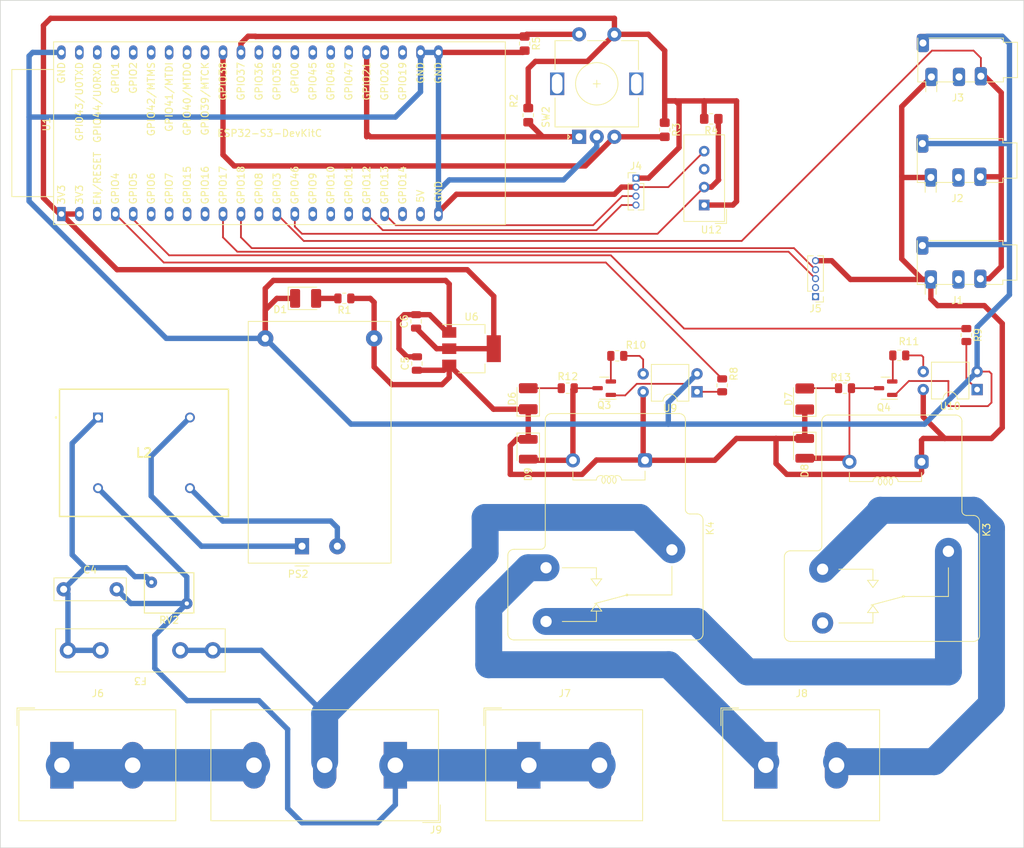
<source format=kicad_pcb>
(kicad_pcb (version 20221018) (generator pcbnew)
  (layers (0 "F.Cu" signal) (31 "B.Cu" signal) (34 "B.Paste" user) (35 "F.Paste" user) (36 "B.SilkS" user "B.Silkscreen") (37 "F.SilkS" user "F.Silkscreen") (38 "B.Mask" user) (39 "F.Mask" user) (44 "Edge.Cuts" user))
  (net 0 "")
  (net 1 "Net-(C4-Pad1)")
  (net 2 "GND")
  (net 3 "+3.3V")
  (net 4 "Net-(D1-A)")
  (net 5 "Net-(D6-A)")
  (net 6 "Net-(D7-A)")
  (net 7 "Net-(D8-A)")
  (net 8 "Net-(D9-A)")
  (net 10 "WATERTEMP_DATA")
  (net 11 "+5V")
  (net 14 "DISPLAY_SCK")
  (net 15 "DISPLAY_SDA")
  (net 17 "RTC_SQW")
  (net 18 "RTC_SCK")
  (net 19 "RTC_SDA")
  (net 20 "MAINSIN_E")
  (net 21 "MAINSIN_N")
  (net 22 "MAINSIN_L")
  (net 23 "Net-(J8-Pin_1)")
  (net 25 "Net-(PS2-AC{slash}N)")
  (net 26 "Net-(PS2-AC{slash}L)")
  (net 27 "Net-(Q3-B)")
  (net 28 "Net-(Q4-B)")
  (net 29 "ROT_CLK")
  (net 30 "ROT_DT")
  (net 31 "ROT_SW")
  (net 32 "RELAY_TOP")
  (net 33 "Net-(R8-Pad2)")
  (net 34 "RELAY_BOTTOM")
  (net 35 "Net-(R9-Pad2)")
  (net 36 "Net-(R10-Pad1)")
  (net 37 "Net-(R11-Pad1)")
  (net 61 "DHT_DATA")
  (net 63 "Net-(J8-Pin_2)")
  (net 64 "Net-(K3-Pad11)")
  (net 65 "RTC_SCQW")
  (footprint "Capacitor_SMD:C_0805_2012Metric" (layer "F.Cu") (at 71.628 128.59 90)
    (fp_text reference "C5")
    (fp_text value "10uF")
  )
  (footprint "Relay_THT:Relay_SPDT_RAYEX-L90S" (layer "F.Cu") (at 98.796 139.74 -90)
    (fp_text reference "K4")
    (fp_text value "HEATER-TOP")
  )
  (footprint "ABRACON:ALFT03A11" (layer "F.Cu") (at 26.52 136.224)
    (fp_text reference "L2")
    (fp_text value "15mH 500mA" hide)
  )
  (footprint "Connector_Audio:Jack_3.5mm_PJ320D_Horizontal_NG" (layer "F.Cu") (at 148.133 99.874 180)
    (fp_text reference "J2")
    (fp_text value "TANK-BOTTOM")
  )
  (footprint "Diode_SMD:D_1210_3225Metric" (layer "F.Cu") (at 87.376 140.716 -90)
    (fp_text reference "D9")
    (fp_text value "1N4007")
  )
  (footprint "Package_DIP:DIP-4_W7.62mm" (layer "F.Cu") (at 111.252 132.588 180)
    (fp_text reference "U9")
    (fp_text value "PC817")
  )
  (footprint "Connector_Audio:Jack_3.5mm_PJ320D_Horizontal_NG" (layer "F.Cu") (at 148.209 85.65 180)
    (fp_text reference "J3")
    (fp_text value "COLD")
  )
  (footprint "Sensor:Aosong_DHT11_5.5x12.0_P2.54mm" (layer "F.Cu") (at 112.268 106.172 180)
    (fp_text reference "U12")
    (fp_text value "DHT11")
  )
  (footprint "Connector_PinHeader_1.27mm:PinHeader_1x05_P1.27mm_Vertical" (layer "F.Cu") (at 128.016 119.126 180)
    (fp_text reference "J5")
    (fp_text value "RTC")
  )
  (footprint "TerminalBlock_Dinkle:TerminalBlock_Dinkle_DT-55-B01X-02_P10.00mm" (layer "F.Cu") (at 87.456 185.42)
    (fp_text reference "J7")
    (fp_text value "HEATER-N")
  )
  (footprint "Converter_ACDC:Converter_ACDC_HiLink_HLK-PMxx" (layer "F.Cu") (at 55.372 154.432 90)
    (fp_text reference "PS2")
    (fp_text value "HLK-PM01")
  )
  (footprint "Resistor_SMD:R_0805_2012Metric" (layer "F.Cu") (at 99.9725 127.508 180)
    (fp_text reference "R10")
    (fp_text value "200")
  )
  (footprint "Resistor_SMD:R_0805_2012Metric" (layer "F.Cu") (at 92.964 132.08)
    (fp_text reference "R12")
    (fp_text value "330")
  )
  (footprint "Diode_SMD:D_1210_3225Metric_Pad1.42x2.65mm_HandSolder" (layer "F.Cu") (at 126.492 133.604 90)
    (fp_text reference "D7")
    (fp_text value "LED")
  )
  (footprint "TerminalBlock_Dinkle:TerminalBlock_Dinkle_DT-55-B01X-02_P10.00mm" (layer "F.Cu") (at 21.416 185.42)
    (fp_text reference "J6")
    (fp_text value "HEATER-E")
  )
  (footprint "Relay_THT:Relay_SPDT_RAYEX-L90S" (layer "F.Cu") (at 137.912 139.952 -90)
    (fp_text reference "K3")
    (fp_text value "HEATER-BOTTOM")
  )
  (footprint "Resistor_SMD:R_0805_2012Metric" (layer "F.Cu") (at 132.1835 132.08)
    (fp_text reference "R13")
    (fp_text value "330")
  )
  (footprint "Package_DIP:DIP-4_W7.62mm" (layer "F.Cu") (at 150.876 132.273 180)
    (fp_text reference "U10")
    (fp_text value "PC817")
  )
  (footprint "Resistor_SMD:R_0805_2012Metric_Pad1.20x1.40mm_HandSolder" (layer "F.Cu") (at 106.68 95.52 -90)
    (fp_text reference "R3")
    (fp_text value "10K")
  )
  (footprint "Resistor_SMD:R_0805_2012Metric_Pad1.20x1.40mm_HandSolder" (layer "F.Cu") (at 86.868 83.328 -90)
    (fp_text reference "R5")
    (fp_text value "10K")
  )
  (footprint "Package_TO_SOT_SMD:SOT-223-3_TabPin2" (layer "F.Cu") (at 79.35 126.492)
    (fp_text reference "U6")
    (fp_text value "AMS1117-3.3")
  )
  (footprint "Varistor:RV_Disc_D7mm_W5.7mm_P5mm" (layer "F.Cu") (at 34.076 159.536)
    (fp_text reference "RV2")
    (fp_text value "10D561")
  )
  (footprint "Espressif:ESP32-S3-DevKitC" (layer "F.Cu") (at 21.336 107.44152 90)
    (fp_text reference "U1")
    (fp_text value "ESP32-S3-DevKitC")
  )
  (footprint "Diode_SMD:D_1210_3225Metric" (layer "F.Cu") (at 126.492 140.592 -90)
    (fp_text reference "D8")
    (fp_text value "1N4007")
  )
  (footprint "Resistor_SMD:R_0805_2012Metric_Pad1.20x1.40mm_HandSolder" (layer "F.Cu") (at 113.268 93.98 180)
    (fp_text reference "R4")
    (fp_text value "4k7")
  )
  (footprint "Resistor_SMD:R_0805_2012Metric" (layer "F.Cu") (at 61.3645 119.38 180)
    (fp_text reference "R1")
    (fp_text value "330")
  )
  (footprint "Connector_Audio:Jack_3.5mm_PJ320D_Horizontal_NG" (layer "F.Cu") (at 148.133 114.3 180)
    (fp_text reference "J1")
    (fp_text value "TANK-TOP")
  )
  (footprint "Connector_PinHeader_1.27mm:PinHeader_1x04_P1.27mm_Vertical" (layer "F.Cu") (at 102.616 102.362)
    (fp_text reference "J4")
    (fp_text value "DISPLAY")
  )
  (footprint "Package_TO_SOT_SMD:SOT-23" (layer "F.Cu") (at 137.932 132.08 180)
    (fp_text reference "Q4")
    (fp_text value "2N3904")
  )
  (footprint "Capacitor_SMD:C_0805_2012Metric" (layer "F.Cu") (at 71.511 122.628 90)
    (fp_text reference "C6")
    (fp_text value "22uF")
  )
  (footprint "Resistor_SMD:R_0805_2012Metric" (layer "F.Cu") (at 114.808 131.6755 -90)
    (fp_text reference "R8")
    (fp_text value "470")
  )
  (footprint "TerminalBlock_Dinkle:TerminalBlock_Dinkle_DT-55-B01X-02_P10.00mm" (layer "F.Cu") (at 120.984 185.42)
    (fp_text reference "J8")
    (fp_text value "HEATER-L")
  )
  (footprint "Rotary_Encoder:RotaryEncoder_Alps_EC11E-Switch_Vertical_H20mm" (layer "F.Cu") (at 94.568 96.52 90)
    (fp_text reference "SW2")
    (fp_text value "RotaryEncoder_Switch")
  )
  (footprint "Capacitor_THT:C_Rect_L10.0mm_W3.0mm_P7.50mm_MKS4" (layer "F.Cu") (at 21.65 160.528)
    (fp_text reference "C4")
    (fp_text value "0.1uF")
  )
  (footprint "TerminalBlock_Dinkle:TerminalBlock_Dinkle_DT-55-B01X-03_P10.00mm" (layer "F.Cu") (at 68.58 185.42 180)
    (fp_text reference "J9")
    (fp_text value "MAINS_IN")
  )
  (footprint "Package_TO_SOT_SMD:SOT-23" (layer "F.Cu") (at 98.1225 132.08 180)
    (fp_text reference "Q3")
    (fp_text value "2N3904")
  )
  (footprint "Resistor_SMD:R_0805_2012Metric_Pad1.20x1.40mm_HandSolder" (layer "F.Cu") (at 87.376 93.456 -90)
    (fp_text reference "R2")
    (fp_text value "10K")
  )
  (footprint "Resistor_SMD:R_0805_2012Metric" (layer "F.Cu") (at 139.8605 127.442 180)
    (fp_text reference "R11")
    (fp_text value "200")
  )
  (footprint "Diode_SMD:D_1210_3225Metric_Pad1.42x2.65mm_HandSolder" (layer "F.Cu") (at 87.376 133.5675 90)
    (fp_text reference "D6")
    (fp_text value "LED")
  )
  (footprint "Fuse:Fuseholder_Littelfuse_100_series_5x20mm" (layer "F.Cu") (at 42.762 169.164 180)
    (fp_text reference "F3")
    (fp_text value "1A")
  )
  (footprint "Diode_SMD:D_1210_3225Metric_Pad1.42x2.65mm_HandSolder" (layer "F.Cu") (at 55.88 119.38)
    (fp_text reference "D1")
    (fp_text value "LED")
  )
  (footprint "Resistor_SMD:R_0805_2012Metric" (layer "F.Cu") (at 149.352 124.5635 -90)
    (fp_text reference "R9")
    (fp_text value "470")
  )
  (gr_rect (start 12.7 77.216) (end 157.48 197.104) (stroke (width 0.1)) (fill none) (layer "Edge.Cuts"))
  (segment (start 30.48 157.48) (end 24.698 157.48) (width 0.76) (layer "B.Cu") (net 1))
  (segment (start 34.076 159.536) (end 33.276001 158.736001) (width 0.76) (layer "B.Cu") (net 1))
  (segment (start 26.52 136.224) (end 22.86 139.884) (width 0.76) (layer "B.Cu") (net 1))
  (segment (start 22.86 139.884) (end 22.86 155.642) (width 0.76) (layer "B.Cu") (net 1))
  (segment (start 22.262 161.14) (end 21.65 160.528) (width 0.76) (layer "B.Cu") (net 1))
  (segment (start 22.262 169.164) (end 26.862 169.164) (width 0.76) (layer "B.Cu") (net 1))
  (segment (start 22.86 155.642) (end 24.698 157.48) (width 0.76) (layer "B.Cu") (net 1))
  (segment (start 31.736001 158.736001) (end 30.48 157.48) (width 0.76) (layer "B.Cu") (net 1))
  (segment (start 33.276001 158.736001) (end 31.736001 158.736001) (width 0.76) (layer "B.Cu") (net 1))
  (segment (start 24.698 157.48) (end 21.65 160.528) (width 0.76) (layer "B.Cu") (net 1))
  (segment (start 22.262 169.164) (end 22.262 161.14) (width 0.76) (layer "B.Cu") (net 1))
  (segment (start 77.216 104.648) (end 74.67328 107.19072) (width 0.76) (layer "F.Cu") (net 2))
  (segment (start 69.838 121.678) (end 69.088 122.428) (width 0.76) (layer "F.Cu") (net 2))
  (segment (start 141.224 131.064) (end 139.258 133.03) (width 0.25) (layer "F.Cu") (net 2))
  (segment (start 76.2 124.192) (end 75.932 124.192) (width 0.76) (layer "F.Cu") (net 2))
  (segment (start 107.188 103.632) (end 102.616 103.632) (width 0.25) (layer "F.Cu") (net 2))
  (segment (start 112.268 98.552) (end 107.188 103.632) (width 0.25) (layer "F.Cu") (net 2))
  (segment (start 152.908 130.048) (end 152.908 134.112) (width 0.25) (layer "F.Cu") (net 2))
  (segment (start 101.092 133.096) (end 99.126 133.096) (width 0.25) (layer "F.Cu") (net 2))
  (segment (start 50.172 125.032) (end 50.172 117.976) (width 0.76) (layer "F.Cu") (net 2))
  (segment (start 74.67328 107.19072) (end 74.67328 107.4452) (width 0.76) (layer "F.Cu") (net 2))
  (segment (start 69.088 122.428) (end 69.088 126.492) (width 0.76) (layer "F.Cu") (net 2))
  (segment (start 152.908 134.112) (end 152.4 134.62) (width 0.25) (layer "F.Cu") (net 2))
  (segment (start 86.868 84.328) (end 86.61448 84.58152) (width 0.76) (layer "F.Cu") (net 2))
  (segment (start 69.088 126.492) (end 70.236 127.64) (width 0.76) (layer "F.Cu") (net 2))
  (segment (start 50.172 117.976) (end 51.308 116.84) (width 0.76) (layer "F.Cu") (net 2))
  (segment (start 99.126 133.096) (end 99.06 133.03) (width 0.25) (layer "F.Cu") (net 2))
  (segment (start 54.3925 119.38) (end 51.816 119.38) (width 0.76) (layer "F.Cu") (net 2))
  (segment (start 76.2 117.348) (end 76.2 124.192) (width 0.76) (layer "F.Cu") (net 2))
  (segment (start 146.812 134.62) (end 146.812 131.064) (width 0.25) (layer "F.Cu") (net 2))
  (segment (start 99.568 104.648) (end 77.216 104.648) (width 0.76) (layer "F.Cu") (net 2))
  (segment (start 111.252 130.048) (end 109.837 131.463) (width 0.25) (layer "F.Cu") (net 2))
  (segment (start 75.932 124.192) (end 73.418 121.678) (width 0.76) (layer "F.Cu") (net 2))
  (segment (start 139.258 133.03) (end 138.8695 133.03) (width 0.25) (layer "F.Cu") (net 2))
  (segment (start 146.812 131.064) (end 141.224 131.064) (width 0.25) (layer "F.Cu") (net 2))
  (segment (start 51.308 116.84) (end 75.692 116.84) (width 0.76) (layer "F.Cu") (net 2))
  (segment (start 73.418 121.678) (end 71.511 121.678) (width 0.76) (layer "F.Cu") (net 2))
  (segment (start 109.837 131.463) (end 102.725 131.463) (width 0.25) (layer "F.Cu") (net 2))
  (segment (start 100.584 103.632) (end 99.568 104.648) (width 0.76) (layer "F.Cu") (net 2))
  (segment (start 102.616 103.632) (end 100.584 103.632) (width 0.76) (layer "F.Cu") (net 2))
  (segment (start 150.876 129.733) (end 152.593 129.733) (width 0.25) (layer "F.Cu") (net 2))
  (segment (start 86.61448 84.58152) (end 74.676 84.58152) (width 0.76) (layer "F.Cu") (net 2))
  (segment (start 75.692 116.84) (end 76.2 117.348) (width 0.76) (layer "F.Cu") (net 2))
  (segment (start 102.725 131.463) (end 101.092 133.096) (width 0.25) (layer "F.Cu") (net 2))
  (segment (start 50.172 121.024) (end 50.172 125.032) (width 0.76) (layer "F.Cu") (net 2))
  (segment (start 152.593 129.733) (end 152.908 130.048) (width 0.25) (layer "F.Cu") (net 2))
  (segment (start 71.511 121.678) (end 69.838 121.678) (width 0.76) (layer "F.Cu") (net 2))
  (segment (start 70.236 127.64) (end 71.628 127.64) (width 0.76) (layer "F.Cu") (net 2))
  (segment (start 51.816 119.38) (end 50.172 121.024) (width 0.76) (layer "F.Cu") (net 2))
  (segment (start 152.4 134.62) (end 146.812 134.62) (width 0.25) (layer "F.Cu") (net 2))
  (segment (start 50.172 125.032) (end 62.3 137.16) (width 0.76) (layer "B.Cu") (net 2))
  (segment (start 155.448 111.76) (end 155.448 97.536) (width 0.76) (layer "B.Cu") (net 2))
  (segment (start 150.876 129.733) (end 150.876 123.444) (width 0.76) (layer "B.Cu") (net 2))
  (segment (start 150.876 123.444) (end 155.448 118.872) (width 0.76) (layer "B.Cu") (net 2))
  (segment (start 143.133 111.9) (end 143.273 111.76) (width 0.76) (layer "B.Cu") (net 2))
  (segment (start 16.764 93.72552) (end 16.764 85.08952) (width 0.76) (layer "B.Cu") (net 2))
  (segment (start 76.2 102.616) (end 74.676 104.14) (width 0.76) (layer "B.Cu") (net 2))
  (segment (start 17.272 84.58152) (end 16.764 85.08952) (width 0.76) (layer "B.Cu") (net 2))
  (segment (start 16.764 93.72552) (end 68.58 93.72552) (width 0.76) (layer "B.Cu") (net 2))
  (segment (start 155.386 97.474) (end 155.448 97.536) (width 0.76) (layer "B.Cu") (net 2))
  (segment (start 62.3 137.16) (end 107.188 137.16) (width 0.76) (layer "B.Cu") (net 2))
  (segment (start 21.336 84.58152) (end 17.272 84.58152) (width 0.76) (layer "B.Cu") (net 2))
  (segment (start 154.432 82.296) (end 143.764 82.296) (width 0.76) (layer "B.Cu") (net 2))
  (segment (start 16.764 105.62952) (end 16.764 93.72552) (width 0.76) (layer "B.Cu") (net 2))
  (segment (start 107.188 134.112) (end 107.188 137.16) (width 0.76) (layer "B.Cu") (net 2))
  (segment (start 107.188 137.16) (end 143.449 137.16) (width 0.76) (layer "B.Cu") (net 2))
  (segment (start 155.448 97.536) (end 155.448 83.312) (width 0.76) (layer "B.Cu") (net 2))
  (segment (start 74.676 84.58152) (end 74.676 104.14) (width 0.76) (layer "B.Cu") (net 2))
  (segment (start 74.676 107.44248) (end 74.67328 107.4452) (width 0.76) (layer "B.Cu") (net 2))
  (segment (start 74.676 104.14) (end 74.676 107.44248) (width 0.76) (layer "B.Cu") (net 2))
  (segment (start 111.252 130.048) (end 107.188 134.112) (width 0.76) (layer "B.Cu") (net 2))
  (segment (start 143.449 137.16) (end 150.876 129.733) (width 0.76) (layer "B.Cu") (net 2))
  (segment (start 143.273 111.76) (end 155.448 111.76) (width 0.76) (layer "B.Cu") (net 2))
  (segment (start 72.136 90.16952) (end 72.136 84.58152) (width 0.76) (layer "B.Cu") (net 2))
  (segment (start 68.58 93.72552) (end 72.136 90.16952) (width 0.76) (layer "B.Cu") (net 2))
  (segment (start 74.676 84.58152) (end 72.136 84.58152) (width 0.76) (layer "B.Cu") (net 2))
  (segment (start 97.068 96.52) (end 97.068 97.934213) (width 0.76) (layer "B.Cu") (net 2))
  (segment (start 92.386213 102.616) (end 76.2 102.616) (width 0.76) (layer "B.Cu") (net 2))
  (segment (start 50.172 125.032) (end 36.16648 125.032) (width 0.76) (layer "B.Cu") (net 2))
  (segment (start 36.16648 125.032) (end 16.764 105.62952) (width 0.76) (layer "B.Cu") (net 2))
  (segment (start 97.068 97.934213) (end 92.386213 102.616) (width 0.76) (layer "B.Cu") (net 2))
  (segment (start 143.133 97.474) (end 155.386 97.474) (width 0.76) (layer "B.Cu") (net 2))
  (segment (start 155.448 118.872) (end 155.448 111.76) (width 0.76) (layer "B.Cu") (net 2))
  (segment (start 155.448 83.312) (end 154.432 82.296) (width 0.76) (layer "B.Cu") (net 2))
  (segment (start 99.568 82.02) (end 104.372 82.02) (width 0.76) (layer "F.Cu") (net 3))
  (segment (start 99.568 79.756) (end 99.568 82.02) (width 0.76) (layer "F.Cu") (net 3))
  (segment (start 88.392 85.852) (end 95.736 85.852) (width 0.76) (layer "F.Cu") (net 3))
  (segment (start 21.336 107.44152) (end 21.08152 107.44152) (width 0.76) (layer "F.Cu") (net 3))
  (segment (start 112.268 106.172) (end 116.332 106.172) (width 0.76) (layer "F.Cu") (net 3))
  (segment (start 108.712 98.044) (end 108.712 91.948) (width 0.76) (layer "F.Cu") (net 3))
  (segment (start 29.21048 115.316) (end 21.336 107.44152) (width 0.76) (layer "F.Cu") (net 3))
  (segment (start 112.268 91.44) (end 112.268 93.98) (width 0.76) (layer "F.Cu") (net 3))
  (segment (start 21.08152 107.44152) (end 18.796 105.156) (width 0.76) (layer "F.Cu") (net 3))
  (segment (start 104.372 82.02) (end 106.68 84.328) (width 0.76) (layer "F.Cu") (net 3))
  (segment (start 107.188 91.44) (end 106.68 91.44) (width 0.76) (layer "F.Cu") (net 3))
  (segment (start 71.511 123.578) (end 74.425 126.492) (width 0.76) (layer "F.Cu") (net 3))
  (segment (start 87.376 86.868) (end 88.392 85.852) (width 0.76) (layer "F.Cu") (net 3))
  (segment (start 87.376 92.456) (end 87.376 86.868) (width 0.76) (layer "F.Cu") (net 3))
  (segment (start 112.268 91.44) (end 107.188 91.44) (width 0.76) (layer "F.Cu") (net 3))
  (segment (start 18.796 105.156) (end 18.796 80.772) (width 0.76) (layer "F.Cu") (net 3))
  (segment (start 19.812 79.756) (end 99.568 79.756) (width 0.76) (layer "F.Cu") (net 3))
  (segment (start 76.2 126.492) (end 82.5 126.492) (width 0.76) (layer "F.Cu") (net 3))
  (segment (start 108.712 91.948) (end 108.204 91.44) (width 0.76) (layer "F.Cu") (net 3))
  (segment (start 116.332 106.172) (end 116.84 105.664) (width 0.76) (layer "F.Cu") (net 3))
  (segment (start 116.84 105.664) (end 116.84 91.44) (width 0.76) (layer "F.Cu") (net 3))
  (segment (start 106.68 91.44) (end 106.68 94.52) (width 0.76) (layer "F.Cu") (net 3))
  (segment (start 116.84 91.44) (end 112.268 91.44) (width 0.76) (layer "F.Cu") (net 3))
  (segment (start 74.425 126.492) (end 76.2 126.492) (width 0.76) (layer "F.Cu") (net 3))
  (segment (start 108.204 91.44) (end 107.188 91.44) (width 0.76) (layer "F.Cu") (net 3))
  (segment (start 82.5 126.492) (end 82.5 119.076) (width 0.76) (layer "F.Cu") (net 3))
  (segment (start 23.876 107.44152) (end 21.336 107.44152) (width 0.76) (layer "F.Cu") (net 3))
  (segment (start 95.736 85.852) (end 99.568 82.02) (width 0.76) (layer "F.Cu") (net 3))
  (segment (start 18.796 80.772) (end 19.812 79.756) (width 0.76) (layer "F.Cu") (net 3))
  (segment (start 78.74 115.316) (end 29.21048 115.316) (width 0.76) (layer "F.Cu") (net 3))
  (segment (start 106.68 84.328) (end 106.68 91.44) (width 0.76) (layer "F.Cu") (net 3))
  (segment (start 104.394 102.362) (end 108.712 98.044) (width 0.76) (layer "F.Cu") (net 3))
  (segment (start 102.616 102.362) (end 104.394 102.362) (width 0.76) (layer "F.Cu") (net 3))
  (segment (start 82.5 119.076) (end 78.74 115.316) (width 0.76) (layer "F.Cu") (net 3))
  (segment (start 60.452 119.38) (end 57.3675 119.38) (width 0.76) (layer "F.Cu") (net 4))
  (segment (start 92.0515 132.08) (end 87.376 132.08) (width 0.25) (layer "F.Cu") (net 5))
  (segment (start 126.5285 132.08) (end 126.492 132.1165) (width 0.25) (layer "F.Cu") (net 6))
  (segment (start 131.271 132.08) (end 126.5285 132.08) (width 0.25) (layer "F.Cu") (net 6))
  (segment (start 133.096 132.08) (end 132.812 132.364) (width 0.25) (layer "F.Cu") (net 7))
  (segment (start 136.9945 132.08) (end 133.096 132.08) (width 0.25) (layer "F.Cu") (net 7))
  (segment (start 132.812 132.364) (end 132.812 142.492) (width 0.25) (layer "F.Cu") (net 7))
  (segment (start 126.492 141.992) (end 132.312 141.992) (width 0.76) (layer "F.Cu") (net 7))
  (segment (start 132.312 141.992) (end 132.812 142.492) (width 0.76) (layer "F.Cu") (net 7))
  (segment (start 93.696 132.2605) (end 93.696 142.28) (width 0.76) (layer "F.Cu") (net 8))
  (segment (start 93.696 142.28) (end 87.54 142.28) (width 0.76) (layer "F.Cu") (net 8))
  (segment (start 93.8765 132.08) (end 93.696 132.2605) (width 0.76) (layer "F.Cu") (net 8))
  (segment (start 97.185 132.08) (end 93.8765 132.08) (width 0.25) (layer "F.Cu") (net 8))
  (segment (start 87.54 142.28) (end 87.376 142.116) (width 0.76) (layer "F.Cu") (net 8))
  (segment (start 151.409 87.95) (end 151.958 87.95) (width 0.76) (layer "F.Cu") (net 10))
  (segment (start 117.569145 111.252) (end 55.62648 111.252) (width 0.25) (layer "F.Cu") (net 10))
  (segment (start 154.288 90.28) (end 154.288 102.108) (width 0.76) (layer "F.Cu") (net 10))
  (segment (start 144.493145 84.328) (end 117.569145 111.252) (width 0.25) (layer "F.Cu") (net 10))
  (segment (start 154.222 102.174) (end 154.288 102.108) (width 0.76) (layer "F.Cu") (net 10))
  (segment (start 154.288 102.108) (end 154.288 114.871615) (width 0.76) (layer "F.Cu") (net 10))
  (segment (start 150.368 84.328) (end 144.493145 84.328) (width 0.25) (layer "F.Cu") (net 10))
  (segment (start 151.409 87.95) (end 151.409 85.369) (width 0.25) (layer "F.Cu") (net 10))
  (segment (start 154.288 114.871615) (end 152.559615 116.6) (width 0.76) (layer "F.Cu") (net 10))
  (segment (start 151.409 85.369) (end 150.368 84.328) (width 0.25) (layer "F.Cu") (net 10))
  (segment (start 151.958 87.95) (end 154.288 90.28) (width 0.76) (layer "F.Cu") (net 10))
  (segment (start 151.333 102.174) (end 154.222 102.174) (width 0.76) (layer "F.Cu") (net 10))
  (segment (start 55.62648 111.252) (end 51.816 107.44152) (width 0.25) (layer "F.Cu") (net 10))
  (segment (start 152.559615 116.6) (end 151.333 116.6) (width 0.76) (layer "F.Cu") (net 10))
  (segment (start 144.333 116.7) (end 132.956 116.7) (width 0.76) (layer "F.Cu") (net 11))
  (segment (start 143.012 139.436) (end 143.256 139.192) (width 0.76) (layer "F.Cu") (net 11))
  (segment (start 103.896 142.28) (end 103.632 142.016) (width 0.76) (layer "F.Cu") (net 11))
  (segment (start 143.012 142.492) (end 143.012 139.436) (width 0.76) (layer "F.Cu") (net 11))
  (segment (start 103.632 142.016) (end 103.632 132.588) (width 0.76) (layer "F.Cu") (net 11))
  (segment (start 126.492 139.192) (end 126.492 135.0915) (width 0.76) (layer "F.Cu") (net 11))
  (segment (start 143.256 136.144) (end 146.304 139.192) (width 0.76) (layer "F.Cu") (net 11))
  (segment (start 132.956 116.7) (end 130.302 114.046) (width 0.76) (layer "F.Cu") (net 11))
  (segment (start 82.463 135.055) (end 87.376 135.055) (width 0.76) (layer "F.Cu") (net 11))
  (segment (start 130.302 114.046) (end 128.016 114.046) (width 0.76) (layer "F.Cu") (net 11))
  (segment (start 143.012 142.492) (end 143.012 144.008) (width 0.76) (layer "F.Cu") (net 11))
  (segment (start 113.752 142.28) (end 103.896 142.28) (width 0.76) (layer "F.Cu") (net 11))
  (segment (start 140.374 102.274) (end 140.208 102.108) (width 0.76) (layer "F.Cu") (net 11))
  (segment (start 142.748 144.272) (end 123.952 144.272) (width 0.76) (layer "F.Cu") (net 11))
  (segment (start 154.432 137.668) (end 152.908 139.192) (width 0.76) (layer "F.Cu") (net 11))
  (segment (start 146.304 139.192) (end 143.256 139.192) (width 0.76) (layer "F.Cu") (net 11))
  (segment (start 94.996 144.272) (end 97.028 142.24) (width 0.76) (layer "F.Cu") (net 11))
  (segment (start 65.572 119.928) (end 65.024 119.38) (width 0.76) (layer "F.Cu") (net 11))
  (segment (start 143.256 132.273) (end 143.256 136.144) (width 0.76) (layer "F.Cu") (net 11))
  (segment (start 144.333 116.7) (end 143.116 116.7) (width 0.76) (layer "F.Cu") (net 11))
  (segment (start 143.012 144.008) (end 142.748 144.272) (width 0.76) (layer "F.Cu") (net 11))
  (segment (start 65.024 119.38) (end 62.277 119.38) (width 0.76) (layer "F.Cu") (net 11))
  (segment (start 140.208 113.792) (end 140.208 102.108) (width 0.76) (layer "F.Cu") (net 11))
  (segment (start 84.836 140.208) (end 84.836 144.272) (width 0.76) (layer "F.Cu") (net 11))
  (segment (start 151.892 120.396) (end 154.432 122.936) (width 0.76) (layer "F.Cu") (net 11))
  (segment (start 87.376 139.316) (end 85.728 139.316) (width 0.76) (layer "F.Cu") (net 11))
  (segment (start 144.333 102.274) (end 140.374 102.274) (width 0.76) (layer "F.Cu") (net 11))
  (segment (start 71.628 129.54) (end 75.452 129.54) (width 0.76) (layer "F.Cu") (net 11))
  (segment (start 144.333 116.7) (end 144.333 119.441) (width 0.76) (layer "F.Cu") (net 11))
  (segment (start 116.84 139.192) (end 113.752 142.28) (width 0.76) (layer "F.Cu") (net 11))
  (segment (start 65.572 125.032) (end 65.572 119.928) (width 0.76) (layer "F.Cu") (net 11))
  (segment (start 122.428 139.192) (end 116.84 139.192) (width 0.76) (layer "F.Cu") (net 11))
  (segment (start 103.856 142.24) (end 103.896 142.28) (width 0.76) (layer "F.Cu") (net 11))
  (segment (start 84.836 144.272) (end 94.996 144.272) (width 0.76) (layer "F.Cu") (net 11))
  (segment (start 65.572 129.072) (end 68.072 131.572) (width 0.76) (layer "F.Cu") (net 11))
  (segment (start 143.116 116.7) (end 140.208 113.792) (width 0.76) (layer "F.Cu") (net 11))
  (segment (start 126.492 139.192) (end 122.428 139.192) (width 0.76) (layer "F.Cu") (net 11))
  (segment (start 140.208 102.108) (end 140.208 92.251) (width 0.76) (layer "F.Cu") (net 11))
  (segment (start 76.2 130.556) (end 76.2 128.792) (width 0.76) (layer "F.Cu") (net 11))
  (segment (start 122.428 142.748) (end 122.428 139.192) (width 0.76) (layer "F.Cu") (net 11))
  (segment (start 75.184 131.572) (end 76.2 130.556) (width 0.76) (layer "F.Cu") (net 11))
  (segment (start 144.333 119.441) (end 145.288 120.396) (width 0.76) (layer "F.Cu") (net 11))
  (segment (start 68.072 131.572) (end 75.184 131.572) (width 0.76) (layer "F.Cu") (net 11))
  (segment (start 87.376 135.055) (end 87.376 139.316) (width 0.76) (layer "F.Cu") (net 11))
  (segment (start 140.208 92.251) (end 144.409 88.05) (width 0.76) (layer "F.Cu") (net 11))
  (segment (start 65.572 125.032) (end 65.572 129.072) (width 0.76) (layer "F.Cu") (net 11))
  (segment (start 154.432 122.936) (end 154.432 137.668) (width 0.76) (layer "F.Cu") (net 11))
  (segment (start 152.908 139.192) (end 146.304 139.192) (width 0.76) (layer "F.Cu") (net 11))
  (segment (start 97.028 142.24) (end 103.856 142.24) (width 0.76) (layer "F.Cu") (net 11))
  (segment (start 145.288 120.396) (end 151.892 120.396) (width 0.76) (layer "F.Cu") (net 11))
  (segment (start 76.2 128.792) (end 82.463 135.055) (width 0.76) (layer "F.Cu") (net 11))
  (segment (start 75.452 129.54) (end 76.2 128.792) (width 0.76) (layer "F.Cu") (net 11))
  (segment (start 85.728 139.316) (end 84.836 140.208) (width 0.76) (layer "F.Cu") (net 11))
  (segment (start 123.952 144.272) (end 122.428 142.748) (width 0.76) (layer "F.Cu") (net 11))
  (segment (start 100.671646 104.902) (end 96.548446 109.0252) (width 0.25) (layer "F.Cu") (net 14))
  (segment (start 102.616 104.902) (end 100.671646 104.902) (width 0.25) (layer "F.Cu") (net 14))
  (segment (start 96.548446 109.0252) (end 68.63968 109.0252) (width 0.25) (layer "F.Cu") (net 14))
  (segment (start 68.63968 109.0252) (end 67.056 107.44152) (width 0.25) (layer "F.Cu") (net 14))
  (segment (start 66.80248 109.728) (end 64.516 107.44152) (width 0.25) (layer "F.Cu") (net 15))
  (segment (start 100.584 106.172) (end 97.028 109.728) (width 0.25) (layer "F.Cu") (net 15))
  (segment (start 97.028 109.728) (end 66.80248 109.728) (width 0.25) (layer "F.Cu") (net 15))
  (segment (start 102.616 106.172) (end 100.584 106.172) (width 0.25) (layer "F.Cu") (net 15))
  (segment (start 124.206 112.776) (end 46.228 112.776) (width 0.25) (layer "F.Cu") (net 18))
  (segment (start 46.228 112.776) (end 44.196 110.744) (width 0.25) (layer "F.Cu") (net 18))
  (segment (start 44.196 110.744) (end 44.196 107.44152) (width 0.25) (layer "F.Cu") (net 18))
  (segment (start 128.016 116.586) (end 124.206 112.776) (width 0.25) (layer "F.Cu") (net 18))
  (segment (start 48.26 112.268) (end 46.736 110.744) (width 0.25) (layer "F.Cu") (net 19))
  (segment (start 124.968 112.268) (end 48.26 112.268) (width 0.25) (layer "F.Cu") (net 19))
  (segment (start 128.016 115.316) (end 124.968 112.268) (width 0.25) (layer "F.Cu") (net 19))
  (segment (start 46.736 110.744) (end 46.736 107.44152) (width 0.25) (layer "F.Cu") (net 19))
  (segment (start 21.416 185.42) (end 31.416 185.42) (width 4.57) (layer "B.Cu") (net 20))
  (segment (start 48.58 185.42) (end 31.416 185.42) (width 4.57) (layer "B.Cu") (net 20))
  (segment (start 66.04 193.548) (end 55.372 193.548) (width 0.76) (layer "B.Cu") (net 21))
  (segment (start 39.076 162.536) (end 39.076 158.78) (width 0.76) (layer "B.Cu") (net 21))
  (segment (start 68.58 185.42) (end 68.58 191.008) (width 0.76) (layer "B.Cu") (net 21))
  (segment (start 55.372 193.548) (end 53.34 191.516) (width 0.76) (layer "B.Cu") (net 21))
  (segment (start 68.58 185.42) (end 87.456 185.42) (width 4.57) (layer "B.Cu") (net 21))
  (segment (start 49.276 176.276) (end 39.116 176.276) (width 0.76) (layer "B.Cu") (net 21))
  (segment (start 39.076 162.536) (end 31.158 162.536) (width 0.76) (layer "B.Cu") (net 21))
  (segment (start 39.076 158.78) (end 26.52 146.224) (width 0.76) (layer "B.Cu") (net 21))
  (segment (start 31.158 162.536) (end 29.15 160.528) (width 0.76) (layer "B.Cu") (net 21))
  (segment (start 87.456 185.42) (end 97.456 185.42) (width 4.57) (layer "B.Cu") (net 21))
  (segment (start 68.58 191.008) (end 66.04 193.548) (width 0.76) (layer "B.Cu") (net 21))
  (segment (start 39.116 176.276) (end 34.544 171.704) (width 0.76) (layer "B.Cu") (net 21))
  (segment (start 34.544 171.704) (end 34.544 167.068) (width 0.76) (layer "B.Cu") (net 21))
  (segment (start 34.544 167.068) (end 39.076 162.536) (width 0.76) (layer "B.Cu") (net 21))
  (segment (start 53.34 191.516) (end 53.34 180.34) (width 0.76) (layer "B.Cu") (net 21))
  (segment (start 53.34 180.34) (end 49.276 176.276) (width 0.76) (layer "B.Cu") (net 21))
  (segment (start 58.58 178.148) (end 81.28 155.448) (width 3.81) (layer "B.Cu") (net 22))
  (segment (start 103.124 150.368) (end 107.696 154.94) (width 3.81) (layer "B.Cu") (net 22))
  (segment (start 58.58 184.912) (end 58.58 178.148) (width 3.81) (layer "B.Cu") (net 22))
  (segment (start 49.596 169.164) (end 58.58 178.148) (width 0.76) (layer "B.Cu") (net 22))
  (segment (start 81.28 150.368) (end 103.124 150.368) (width 3.81) (layer "B.Cu") (net 22))
  (segment (start 42.762 169.164) (end 49.596 169.164) (width 0.76) (layer "B.Cu") (net 22))
  (segment (start 81.28 155.448) (end 81.28 150.368) (width 3.81) (layer "B.Cu") (net 22))
  (segment (start 42.762 169.164) (end 38.162 169.164) (width 0.76) (layer "B.Cu") (net 22))
  (segment (start 107.268 171.196) (end 120.984 184.912) (width 3.81) (layer "B.Cu") (net 23))
  (segment (start 81.788 163.068) (end 81.788 171.196) (width 3.81) (layer "B.Cu") (net 23))
  (segment (start 81.788 171.196) (end 107.268 171.196) (width 3.81) (layer "B.Cu") (net 23))
  (segment (start 89.896 157.48) (end 87.376 157.48) (width 3.81) (layer "B.Cu") (net 23))
  (segment (start 87.376 157.48) (end 81.788 163.068) (width 3.81) (layer "B.Cu") (net 23))
  (segment (start 44.172 150.876) (end 39.52 146.224) (width 0.76) (layer "B.Cu") (net 25))
  (segment (start 59.436 150.876) (end 60.372 151.812) (width 0.76) (layer "B.Cu") (net 25))
  (segment (start 44.172 150.876) (end 59.436 150.876) (width 0.76) (layer "B.Cu") (net 25))
  (segment (start 60.372 151.812) (end 60.372 154.432) (width 0.76) (layer "B.Cu") (net 25))
  (segment (start 55.372 154.432) (end 41.148 154.432) (width 0.76) (layer "B.Cu") (net 26))
  (segment (start 39.52 136.224) (end 34.036 141.708) (width 0.76) (layer "B.Cu") (net 26))
  (segment (start 34.036 141.708) (end 34.036 147.32) (width 0.76) (layer "B.Cu") (net 26))
  (segment (start 34.036 147.32) (end 41.148 154.432) (width 0.76) (layer "B.Cu") (net 26))
  (segment (start 99.06 127.508) (end 99.06 131.13) (width 0.25) (layer "F.Cu") (net 27))
  (segment (start 138.948 131.0515) (end 138.8695 131.13) (width 0.25) (layer "F.Cu") (net 28))
  (segment (start 138.948 127.442) (end 138.948 131.0515) (width 0.25) (layer "F.Cu") (net 28))
  (segment (start 65.024 96.52) (end 64.516 96.012) (width 0.76) (layer "F.Cu") (net 29))
  (segment (start 64.516 96.52) (end 64.516 96.012) (width 0.76) (layer "F.Cu") (net 29))
  (segment (start 94.568 96.52) (end 65.024 96.52) (width 0.76) (layer "F.Cu") (net 29))
  (segment (start 89.44 96.52) (end 87.376 94.456) (width 0.76) (layer "F.Cu") (net 29))
  (segment (start 94.568 96.52) (end 89.44 96.52) (width 0.76) (layer "F.Cu") (net 29))
  (segment (start 64.516 96.012) (end 64.516 84.58152) (width 0.76) (layer "F.Cu") (net 29))
  (segment (start 45.776 100.64) (end 95.448 100.64) (width 0.76) (layer "F.Cu") (net 30))
  (segment (start 95.448 100.64) (end 99.568 96.52) (width 0.76) (layer "F.Cu") (net 30))
  (segment (start 44.196 99.06) (end 44.196 84.58152) (width 0.76) (layer "F.Cu") (net 30))
  (segment (start 106.68 96.52) (end 99.568 96.52) (width 0.76) (layer "F.Cu") (net 30))
  (segment (start 45.776 100.64) (end 44.196 99.06) (width 0.76) (layer "F.Cu") (net 30))
  (segment (start 48.8 82.328) (end 48.768 82.296) (width 0.76) (layer "F.Cu") (net 31))
  (segment (start 86.868 82.328) (end 87.176 82.02) (width 0.76) (layer "F.Cu") (net 31))
  (segment (start 87.176 82.02) (end 94.568 82.02) (width 0.76) (layer "F.Cu") (net 31))
  (segment (start 48.768 82.296) (end 47.752 82.296) (width 0.76) (layer "F.Cu") (net 31))
  (segment (start 46.736 83.312) (end 46.736 84.58152) (width 0.76) (layer "F.Cu") (net 31))
  (segment (start 86.868 82.328) (end 48.8 82.328) (width 0.76) (layer "F.Cu") (net 31))
  (segment (start 47.752 82.296) (end 46.736 83.312) (width 0.76) (layer "F.Cu") (net 31))
  (segment (start 28.956 107.44152) (end 35.81448 114.3) (width 0.25) (layer "F.Cu") (net 32))
  (segment (start 98.345 114.3) (end 114.808 130.763) (width 0.25) (layer "F.Cu") (net 32))
  (segment (start 35.81448 114.3) (end 98.345 114.3) (width 0.25) (layer "F.Cu") (net 32))
  (segment (start 114.808 132.588) (end 111.252 132.588) (width 0.25) (layer "F.Cu") (net 33))
  (segment (start 36.576 113.284) (end 31.496 108.204) (width 0.25) (layer "F.Cu") (net 34))
  (segment (start 31.496 108.204) (end 31.496 107.44152) (width 0.25) (layer "F.Cu") (net 34))
  (segment (start 99.06 113.284) (end 36.576 113.284) (width 0.25) (layer "F.Cu") (net 34))
  (segment (start 109.427 123.651) (end 99.06 113.284) (width 0.25) (layer "F.Cu") (net 34))
  (segment (start 149.352 123.651) (end 109.427 123.651) (width 0.25) (layer "F.Cu") (net 34))
  (segment (start 149.352 130.749) (end 149.352 125.476) (width 0.25) (layer "F.Cu") (net 35))
  (segment (start 150.876 132.273) (end 149.352 130.749) (width 0.25) (layer "F.Cu") (net 35))
  (segment (start 103.632 130.048) (end 103.632 128.016) (width 0.25) (layer "F.Cu") (net 36))
  (segment (start 103.632 128.016) (end 103.124 127.508) (width 0.25) (layer "F.Cu") (net 36))
  (segment (start 103.124 127.508) (end 100.885 127.508) (width 0.25) (layer "F.Cu") (net 36))
  (segment (start 143.256 129.733) (end 143.256 127.686) (width 0.25) (layer "F.Cu") (net 37))
  (segment (start 143.012 127.442) (end 140.773 127.442) (width 0.25) (layer "F.Cu") (net 37))
  (segment (start 143.256 127.686) (end 143.012 127.442) (width 0.25) (layer "F.Cu") (net 37))
  (segment (start 105.664 110.236) (end 55.372 110.236) (width 0.25) (layer "F.Cu") (net 61))
  (segment (start 112.268 103.632) (end 105.664 110.236) (width 0.25) (layer "F.Cu") (net 61))
  (segment (start 114.3 102.616) (end 113.284 103.632) (width 0.76) (layer "F.Cu") (net 61))
  (segment (start 114.268 102.584) (end 114.3 102.616) (width 0.76) (layer "F.Cu") (net 61))
  (segment (start 113.284 103.632) (end 112.268 103.632) (width 0.76) (layer "F.Cu") (net 61))
  (segment (start 114.268 93.98) (end 114.268 102.584) (width 0.76) (layer "F.Cu") (net 61))
  (segment (start 55.372 110.236) (end 54.356 109.22) (width 0.25) (layer "F.Cu") (net 61))
  (segment (start 54.356 109.22) (end 54.356 107.44152) (width 0.25) (layer "F.Cu") (net 61))
  (segment (start 137.16 149.352) (end 150.368 149.352) (width 3.81) (layer "B.Cu") (net 63))
  (segment (start 137.16 149.544) (end 137.16 149.352) (width 3.81) (layer "B.Cu") (net 63))
  (segment (start 144.78 184.912) (end 130.984 184.912) (width 3.81) (layer "B.Cu") (net 63))
  (segment (start 150.368 149.352) (end 152.908 151.892) (width 3.81) (layer "B.Cu") (net 63))
  (segment (start 152.908 151.892) (end 152.908 176.784) (width 3.81) (layer "B.Cu") (net 63))
  (segment (start 152.908 176.784) (end 144.78 184.912) (width 3.81) (layer "B.Cu") (net 63))
  (segment (start 129.012 157.692) (end 137.16 149.544) (width 3.81) (layer "B.Cu") (net 63))
  (segment (start 89.896 165.08) (end 111.232 165.08) (width 3.81) (layer "B.Cu") (net 64))
  (segment (start 111.232 165.08) (end 118.364 172.212) (width 3.81) (layer "B.Cu") (net 64))
  (segment (start 146.812 172.212) (end 146.812 155.152) (width 3.81) (layer "B.Cu") (net 64))
  (segment (start 118.364 172.212) (end 146.812 172.212) (width 3.81) (layer "B.Cu") (net 64))
)
</source>
